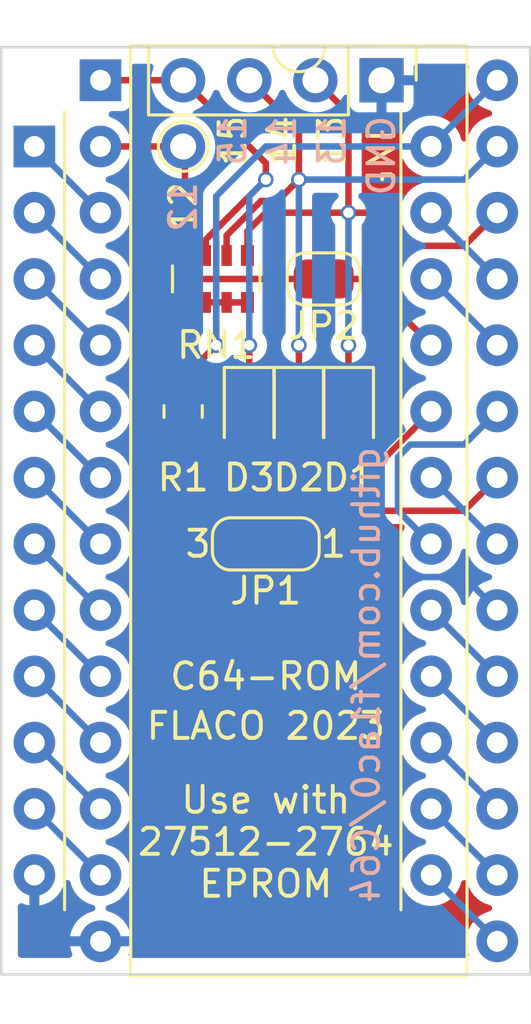
<source format=kicad_pcb>
(kicad_pcb (version 20221018) (generator pcbnew)
  (title_block (title "C64-ROM") (date "2023-02-19") (rev "v0.1") (company "FLACO 2023") (comment 1 "Adapted from https://github.com/SukkoPera/Open2327RomAdapter"))
  (layers (0 "F.Cu" signal) (31 "B.Cu" signal) (34 "B.Paste" user) (35 "F.Paste" user) (36 "B.SilkS" user "B.Silkscreen") (37 "F.SilkS" user "F.Silkscreen") (38 "B.Mask" user) (39 "F.Mask" user) (44 "Edge.Cuts" user))
  (net 0 "")
  (net 1 "/ROMA13")
  (net 2 "/{slash}ROMOE")
  (net 3 "/ROMA14")
  (net 4 "/ROMA15")
  (net 5 "/A7")
  (net 6 "/A6")
  (net 7 "/A5")
  (net 8 "/A4")
  (net 9 "/A3")
  (net 10 "/A2")
  (net 11 "/A1")
  (net 12 "/A0")
  (net 13 "/D0")
  (net 14 "/D1")
  (net 15 "/D2")
  (net 16 "GND")
  (net 17 "/D3")
  (net 18 "/D4")
  (net 19 "/D5")
  (net 20 "/D6")
  (net 21 "/D7")
  (net 22 "/A11")
  (net 23 "/A10")
  (net 24 "/{slash}CE")
  (net 25 "/A12")
  (net 26 "/A9")
  (net 27 "/A8")
  (net 28 "+5V")
  (net 29 "/ROMA12")
  (footprint "Diode_SMD:D_0805_2012Metric" (layer "F.Cu") (at 106.68 104.14 -90)
    (fp_text reference "D2" (at 2.54 0 unlocked) (layer "F.SilkS"))
    (fp_text value "D")
    (fp_line (start -1.685 -0.96) (end -1.685 0.96) (stroke (width 0.12)) (layer "F.SilkS"))
    (fp_line (start -1.685 0.96) (end 1 0.96) (stroke (width 0.12)) (layer "F.SilkS"))
    (fp_line (start 1 -0.96) (end -1.685 -0.96) (stroke (width 0.12)) (layer "F.SilkS"))
    (pad "1" smd roundrect (at -0.9375 0 270) (size 0.975 1.4) (layers "F.Cu" "F.Paste" "F.Mask") (net 3 "/ROMA14"))
    (pad "2" smd roundrect (at 0.9375 0 270) (size 0.975 1.4) (layers "F.Cu" "F.Paste" "F.Mask") (net 2 "/{slash}ROMOE"))
  )
  (footprint "Jumper:SolderJumper-2_P1.3mm_Bridged_RoundedPad1.0x1.5mm" (layer "F.Cu") (at 107.6325 99.06 180)
    (fp_text reference "JP2" (at 0 -1.8 unlocked) (layer "F.SilkS"))
    (fp_text value "Jumper_2_Bridged")
    (fp_poly (pts (xy 0.25 -0.3) (xy -0.25 -0.3) (xy -0.25 0.3) (xy 0.25 0.3)) (fill solid) (layer "F.Cu"))
    (fp_line (start -1.4 0.3) (end -1.4 -0.3) (stroke (width 0.12)) (layer "F.SilkS"))
    (fp_line (start -0.7 -1) (end 0.7 -1) (stroke (width 0.12)) (layer "F.SilkS"))
    (fp_line (start 0.7 1) (end -0.7 1) (stroke (width 0.12)) (layer "F.SilkS"))
    (fp_line (start 1.4 -0.3) (end 1.4 0.3) (stroke (width 0.12)) (layer "F.SilkS"))
    (fp_arc (start -1.4 -0.3) (mid -1.194975 -0.794975) (end -0.7 -1) (stroke (width 0.12)) (layer "F.SilkS"))
    (fp_arc (start -0.7 1) (mid -1.194975 0.794975) (end -1.4 0.3) (stroke (width 0.12)) (layer "F.SilkS"))
    (fp_arc (start 0.7 -1) (mid 1.194975 -0.794975) (end 1.4 -0.3) (stroke (width 0.12)) (layer "F.SilkS"))
    (fp_arc (start 1.4 0.3) (mid 1.194975 0.794975) (end 0.7 1) (stroke (width 0.12)) (layer "F.SilkS"))
    (pad "1" smd custom (at -0.65 0 180) (size 1 0.5) (layers "F.Cu" "F.Mask") (net 25 "/A12") (options (clearance outline) (anchor rect)) (primitives (gr_circle (center 0 0.25) (end 0.5 0.25) (width 0) (fill yes)) (gr_circle (center 0 -0.25) (end 0.5 -0.25) (width 0) (fill yes)) (gr_poly (pts (xy 0.5 0.75) (xy 0 0.75) (xy 0 -0.75) (xy 0.5 -0.75)) (width 0) (fill yes))))
    (pad "2" smd custom (at 0.65 0 180) (size 1 0.5) (layers "F.Cu" "F.Mask") (net 29 "/ROMA12") (options (clearance outline) (anchor rect)) (primitives (gr_circle (center 0 0.25) (end 0.5 0.25) (width 0) (fill yes)) (gr_circle (center 0 -0.25) (end 0.5 -0.25) (width 0) (fill yes)) (gr_poly (pts (xy 0 0.75) (xy -0.5 0.75) (xy -0.5 -0.75) (xy 0 -0.75)) (width 0) (fill yes))))
  )
  (footprint "Package_DIP:DIP-28_W15.24mm" (layer "F.Cu") (at 99.06 91.44)
    (fp_text reference "U1" hide)
    (fp_text value "27C512")
    (fp_line (start 1.16 -1.33) (end 1.16 34.35) (stroke (width 0.12)) (layer "F.SilkS"))
    (fp_line (start 1.16 34.35) (end 14.08 34.35) (stroke (width 0.12)) (layer "F.SilkS"))
    (fp_line (start 6.62 -1.33) (end 1.16 -1.33) (stroke (width 0.12)) (layer "F.SilkS"))
    (fp_line (start 14.08 -1.33) (end 8.62 -1.33) (stroke (width 0.12)) (layer "F.SilkS"))
    (fp_line (start 14.08 34.35) (end 14.08 -1.33) (stroke (width 0.12)) (layer "F.SilkS"))
    (fp_arc (start 8.62 -1.33) (mid 7.62 -0.33) (end 6.62 -1.33) (stroke (width 0.12)) (layer "F.SilkS"))
    (pad "1" thru_hole rect (at 0 0) (size 1.6 1.6) (drill 0.8) (layers "*.Cu" "*.Mask") (net 4 "/ROMA15"))
    (pad "2" thru_hole oval (at 0 2.54) (size 1.6 1.6) (drill 0.8) (layers "*.Cu" "*.Mask") (net 29 "/ROMA12"))
    (pad "3" thru_hole oval (at 0 5.08) (size 1.6 1.6) (drill 0.8) (layers "*.Cu" "*.Mask") (net 5 "/A7"))
    (pad "4" thru_hole oval (at 0 7.62) (size 1.6 1.6) (drill 0.8) (layers "*.Cu" "*.Mask") (net 6 "/A6"))
    (pad "5" thru_hole oval (at 0 10.16) (size 1.6 1.6) (drill 0.8) (layers "*.Cu" "*.Mask") (net 7 "/A5"))
    (pad "6" thru_hole oval (at 0 12.7) (size 1.6 1.6) (drill 0.8) (layers "*.Cu" "*.Mask") (net 8 "/A4"))
    (pad "7" thru_hole oval (at 0 15.24) (size 1.6 1.6) (drill 0.8) (layers "*.Cu" "*.Mask") (net 9 "/A3"))
    (pad "8" thru_hole oval (at 0 17.78) (size 1.6 1.6) (drill 0.8) (layers "*.Cu" "*.Mask") (net 10 "/A2"))
    (pad "9" thru_hole oval (at 0 20.32) (size 1.6 1.6) (drill 0.8) (layers "*.Cu" "*.Mask") (net 11 "/A1"))
    (pad "10" thru_hole oval (at 0 22.86) (size 1.6 1.6) (drill 0.8) (layers "*.Cu" "*.Mask") (net 12 "/A0"))
    (pad "11" thru_hole oval (at 0 25.4) (size 1.6 1.6) (drill 0.8) (layers "*.Cu" "*.Mask") (net 13 "/D0"))
    (pad "12" thru_hole oval (at 0 27.94) (size 1.6 1.6) (drill 0.8) (layers "*.Cu" "*.Mask") (net 14 "/D1"))
    (pad "13" thru_hole oval (at 0 30.48) (size 1.6 1.6) (drill 0.8) (layers "*.Cu" "*.Mask") (net 15 "/D2"))
    (pad "14" thru_hole oval (at 0 33.02) (size 1.6 1.6) (drill 0.8) (layers "*.Cu" "*.Mask") (net 16 "GND"))
    (pad "15" thru_hole oval (at 15.24 33.02) (size 1.6 1.6) (drill 0.8) (layers "*.Cu" "*.Mask") (net 17 "/D3"))
    (pad "16" thru_hole oval (at 15.24 30.48) (size 1.6 1.6) (drill 0.8) (layers "*.Cu" "*.Mask") (net 18 "/D4"))
    (pad "17" thru_hole oval (at 15.24 27.94) (size 1.6 1.6) (drill 0.8) (layers "*.Cu" "*.Mask") (net 19 "/D5"))
    (pad "18" thru_hole oval (at 15.24 25.4) (size 1.6 1.6) (drill 0.8) (layers "*.Cu" "*.Mask") (net 20 "/D6"))
    (pad "19" thru_hole oval (at 15.24 22.86) (size 1.6 1.6) (drill 0.8) (layers "*.Cu" "*.Mask") (net 21 "/D7"))
    (pad "20" thru_hole oval (at 15.24 20.32) (size 1.6 1.6) (drill 0.8) (layers "*.Cu" "*.Mask") (net 16 "GND"))
    (pad "21" thru_hole oval (at 15.24 17.78) (size 1.6 1.6) (drill 0.8) (layers "*.Cu" "*.Mask") (net 23 "/A10"))
    (pad "22" thru_hole oval (at 15.24 15.24) (size 1.6 1.6) (drill 0.8) (layers "*.Cu" "*.Mask") (net 2 "/{slash}ROMOE"))
    (pad "23" thru_hole oval (at 15.24 12.7) (size 1.6 1.6) (drill 0.8) (layers "*.Cu" "*.Mask") (net 22 "/A11"))
    (pad "24" thru_hole oval (at 15.24 10.16) (size 1.6 1.6) (drill 0.8) (layers "*.Cu" "*.Mask") (net 26 "/A9"))
    (pad "25" thru_hole oval (at 15.24 7.62) (size 1.6 1.6) (drill 0.8) (layers "*.Cu" "*.Mask") (net 27 "/A8"))
    (pad "26" thru_hole oval (at 15.24 5.08) (size 1.6 1.6) (drill 0.8) (layers "*.Cu" "*.Mask") (net 1 "/ROMA13"))
    (pad "27" thru_hole oval (at 15.24 2.54) (size 1.6 1.6) (drill 0.8) (layers "*.Cu" "*.Mask") (net 3 "/ROMA14"))
    (pad "28" thru_hole oval (at 15.24 0) (size 1.6 1.6) (drill 0.8) (layers "*.Cu" "*.Mask") (net 28 "+5V"))
  )
  (footprint "Sassa:TestPoint_THTPad_D1.7mm_Drill1.0mm" (layer "F.Cu") (at 102.235 93.98)
    (fp_text reference "J3" hide)
    (fp_text value "A12")
    (fp_circle (center 0 0) (end 0 0.95) (stroke (width 0.12)) (fill none) (layer "F.SilkS"))
    (pad "1" thru_hole circle (at 0 0) (size 1.7 1.7) (drill 1) (layers "*.Cu" "*.Mask") (net 29 "/ROMA12"))
  )
  (footprint "Jumper:SolderJumper-3_P1.3mm_Bridged12_RoundedPad1.0x1.5mm_NumberLabels" (layer "F.Cu") (at 105.41 109.22 180)
    (fp_text reference "JP1" (at 0 -1.8 unlocked) (layer "F.SilkS"))
    (fp_text value "/CE")
    (fp_text user "3" (at 2.6 0) (layer "F.SilkS"))
    (fp_text user "1" (at -2.6 0) (layer "F.SilkS"))
    (fp_poly (pts (xy -0.9 -0.3) (xy -0.4 -0.3) (xy -0.4 0.3) (xy -0.9 0.3)) (fill solid) (layer "F.Cu"))
    (fp_line (start -2.05 0.3) (end -2.05 -0.3) (stroke (width 0.12)) (layer "F.SilkS"))
    (fp_line (start -1.4 -1) (end 1.4 -1) (stroke (width 0.12)) (layer "F.SilkS"))
    (fp_line (start 1.4 1) (end -1.4 1) (stroke (width 0.12)) (layer "F.SilkS"))
    (fp_line (start 2.05 -0.3) (end 2.05 0.3) (stroke (width 0.12)) (layer "F.SilkS"))
    (fp_arc (start -2.05 -0.3) (mid -1.844975 -0.794975) (end -1.35 -1) (stroke (width 0.12)) (layer "F.SilkS"))
    (fp_arc (start -1.35 1) (mid -1.844975 0.794975) (end -2.05 0.3) (stroke (width 0.12)) (layer "F.SilkS"))
    (fp_arc (start 1.35 -1) (mid 1.844975 -0.794975) (end 2.05 -0.3) (stroke (width 0.12)) (layer "F.SilkS"))
    (fp_arc (start 2.05 0.3) (mid 1.844975 0.794975) (end 1.35 1) (stroke (width 0.12)) (layer "F.SilkS"))
    (pad "1" smd custom (at -1.3 0 180) (size 1 0.5) (layers "F.Cu" "F.Mask") (net 2 "/{slash}ROMOE") (options (clearance outline) (anchor rect)) (primitives (gr_poly (pts (xy 0.55 0.75) (xy 0 0.75) (xy 0 -0.75) (xy 0.55 -0.75)) (width 0) (fill yes)) (gr_circle (center 0 0.25) (end 0.5 0.25) (width 0) (fill yes)) (gr_circle (center 0 -0.25) (end 0.5 -0.25) (width 0) (fill yes))))
    (pad "2" smd rect (at 0 0 180) (size 1 1.5) (layers "F.Cu" "F.Mask") (net 24 "/{slash}CE"))
    (pad "3" smd custom (at 1.3 0 180) (size 1 0.5) (layers "F.Cu" "F.Mask") (net 1 "/ROMA13") (options (clearance outline) (anchor rect)) (primitives (gr_circle (center 0 0.25) (end 0.5 0.25) (width 0) (fill yes)) (gr_circle (center 0 -0.25) (end 0.5 -0.25) (width 0) (fill yes)) (gr_poly (pts (xy 0 0.75) (xy -0.55 0.75) (xy -0.55 -0.75) (xy 0 -0.75)) (width 0) (fill yes))))
  )
  (footprint "Package_DIP:DIP-24_W15.24mm" (layer "F.Cu") (at 96.52 93.98)
    (fp_text reference "J1" hide)
    (fp_text value "C64_ROM_socket")
    (fp_line (start 1.16 -1.33) (end 1.16 29.27) (stroke (width 0.12)) (layer "F.SilkS"))
    (fp_line (start 14.08 29.27) (end 14.08 -1.33) (stroke (width 0.12)) (layer "F.SilkS"))
    (pad "1" thru_hole rect (at 0 0) (size 1.6 1.6) (drill 0.8) (layers "*.Cu" "*.Mask") (net 5 "/A7"))
    (pad "2" thru_hole oval (at 0 2.54) (size 1.6 1.6) (drill 0.8) (layers "*.Cu" "*.Mask") (net 6 "/A6"))
    (pad "3" thru_hole oval (at 0 5.08) (size 1.6 1.6) (drill 0.8) (layers "*.Cu" "*.Mask") (net 7 "/A5"))
    (pad "4" thru_hole oval (at 0 7.62) (size 1.6 1.6) (drill 0.8) (layers "*.Cu" "*.Mask") (net 8 "/A4"))
    (pad "5" thru_hole oval (at 0 10.16) (size 1.6 1.6) (drill 0.8) (layers "*.Cu" "*.Mask") (net 9 "/A3"))
    (pad "6" thru_hole oval (at 0 12.7) (size 1.6 1.6) (drill 0.8) (layers "*.Cu" "*.Mask") (net 10 "/A2"))
    (pad "7" thru_hole oval (at 0 15.24) (size 1.6 1.6) (drill 0.8) (layers "*.Cu" "*.Mask") (net 11 "/A1"))
    (pad "8" thru_hole oval (at 0 17.78) (size 1.6 1.6) (drill 0.8) (layers "*.Cu" "*.Mask") (net 12 "/A0"))
    (pad "9" thru_hole oval (at 0 20.32) (size 1.6 1.6) (drill 0.8) (layers "*.Cu" "*.Mask") (net 13 "/D0"))
    (pad "10" thru_hole oval (at 0 22.86) (size 1.6 1.6) (drill 0.8) (layers "*.Cu" "*.Mask") (net 14 "/D1"))
    (pad "11" thru_hole oval (at 0 25.4) (size 1.6 1.6) (drill 0.8) (layers "*.Cu" "*.Mask") (net 15 "/D2"))
    (pad "12" thru_hole oval (at 0 27.94) (size 1.6 1.6) (drill 0.8) (layers "*.Cu" "*.Mask") (net 16 "GND"))
    (pad "13" thru_hole oval (at 15.24 27.94) (size 1.6 1.6) (drill 0.8) (layers "*.Cu" "*.Mask") (net 17 "/D3"))
    (pad "14" thru_hole oval (at 15.24 25.4) (size 1.6 1.6) (drill 0.8) (layers "*.Cu" "*.Mask") (net 18 "/D4"))
    (pad "15" thru_hole oval (at 15.24 22.86) (size 1.6 1.6) (drill 0.8) (layers "*.Cu" "*.Mask") (net 19 "/D5"))
    (pad "16" thru_hole oval (at 15.24 20.32) (size 1.6 1.6) (drill 0.8) (layers "*.Cu" "*.Mask") (net 20 "/D6"))
    (pad "17" thru_hole oval (at 15.24 17.78) (size 1.6 1.6) (drill 0.8) (layers "*.Cu" "*.Mask") (net 21 "/D7"))
    (pad "18" thru_hole oval (at 15.24 15.24) (size 1.6 1.6) (drill 0.8) (layers "*.Cu" "*.Mask") (net 22 "/A11"))
    (pad "19" thru_hole oval (at 15.24 12.7) (size 1.6 1.6) (drill 0.8) (layers "*.Cu" "*.Mask") (net 23 "/A10"))
    (pad "20" thru_hole oval (at 15.24 10.16) (size 1.6 1.6) (drill 0.8) (layers "*.Cu" "*.Mask") (net 24 "/{slash}CE"))
    (pad "21" thru_hole oval (at 15.24 7.62) (size 1.6 1.6) (drill 0.8) (layers "*.Cu" "*.Mask") (net 25 "/A12"))
    (pad "22" thru_hole oval (at 15.24 5.08) (size 1.6 1.6) (drill 0.8) (layers "*.Cu" "*.Mask") (net 26 "/A9"))
    (pad "23" thru_hole oval (at 15.24 2.54) (size 1.6 1.6) (drill 0.8) (layers "*.Cu" "*.Mask") (net 27 "/A8"))
    (pad "24" thru_hole oval (at 15.24 0) (size 1.6 1.6) (drill 0.8) (layers "*.Cu" "*.Mask") (net 28 "+5V"))
  )
  (footprint "Diode_SMD:D_0805_2012Metric" (layer "F.Cu") (at 108.585 104.14 -90)
    (fp_text reference "D1" (at 2.54 0 unlocked) (layer "F.SilkS"))
    (fp_text value "D")
    (fp_line (start -1.685 -0.96) (end -1.685 0.96) (stroke (width 0.12)) (layer "F.SilkS"))
    (fp_line (start -1.685 0.96) (end 1 0.96) (stroke (width 0.12)) (layer "F.SilkS"))
    (fp_line (start 1 -0.96) (end -1.685 -0.96) (stroke (width 0.12)) (layer "F.SilkS"))
    (pad "1" smd roundrect (at -0.9375 0 270) (size 0.975 1.4) (layers "F.Cu" "F.Paste" "F.Mask") (net 1 "/ROMA13"))
    (pad "2" smd roundrect (at 0.9375 0 270) (size 0.975 1.4) (layers "F.Cu" "F.Paste" "F.Mask") (net 2 "/{slash}ROMOE"))
  )
  (footprint "Connector_PinHeader_2.54mm:PinHeader_1x04_P2.54mm_Vertical" (layer "F.Cu") (at 109.855 91.44 -90)
    (fp_text reference "J2" hide)
    (fp_text value "A13-15")
    (fp_line (start -1.33 -1.33) (end 0 -1.33) (stroke (width 0.12)) (layer "F.SilkS"))
    (fp_line (start -1.33 0) (end -1.33 -1.33) (stroke (width 0.12)) (layer "F.SilkS"))
    (fp_line (start -1.33 1.27) (end -1.33 8.95) (stroke (width 0.12)) (layer "F.SilkS"))
    (fp_line (start -1.33 1.27) (end 1.33 1.27) (stroke (width 0.12)) (layer "F.SilkS"))
    (fp_line (start -1.33 8.95) (end 1.33 8.95) (stroke (width 0.12)) (layer "F.SilkS"))
    (fp_line (start 1.33 1.27) (end 1.33 8.95) (stroke (width 0.12)) (layer "F.SilkS"))
    (pad "1" thru_hole rect (at 0 0 270) (size 1.7 1.7) (drill 1) (layers "*.Cu" "*.Mask") (net 16 "GND"))
    (pad "2" thru_hole oval (at 0 2.54 270) (size 1.7 1.7) (drill 1) (layers "*.Cu" "*.Mask") (net 1 "/ROMA13"))
    (pad "3" thru_hole oval (at 0 5.08 270) (size 1.7 1.7) (drill 1) (layers "*.Cu" "*.Mask") (net 3 "/ROMA14"))
    (pad "4" thru_hole oval (at 0 7.62 270) (size 1.7 1.7) (drill 1) (layers "*.Cu" "*.Mask") (net 4 "/ROMA15"))
  )
  (footprint "Resistor_SMD:R_Array_Convex_4x0603" (layer "F.Cu") (at 103.505 99.06 -90)
    (fp_text reference "RN1" (at 2.54 0 unlocked) (layer "F.SilkS"))
    (fp_text value "10k")
    (fp_line (start 0.5 -1.68) (end -0.5 -1.68) (stroke (width 0.12)) (layer "F.SilkS"))
    (fp_line (start 0.5 1.68) (end -0.5 1.68) (stroke (width 0.12)) (layer "F.SilkS"))
    (pad "1" smd rect (at -0.9 -1.2 270) (size 0.8 0.5) (layers "F.Cu" "F.Paste" "F.Mask") (net 1 "/ROMA13"))
    (pad "2" smd rect (at -0.9 -0.4 270) (size 0.8 0.4) (layers "F.Cu" "F.Paste" "F.Mask") (net 3 "/ROMA14"))
    (pad "3" smd rect (at -0.9 0.4 270) (size 0.8 0.4) (layers "F.Cu" "F.Paste" "F.Mask") (net 4 "/ROMA15"))
    (pad "4" smd rect (at -0.9 1.2 270) (size 0.8 0.5) (layers "F.Cu" "F.Paste" "F.Mask") (net 29 "/ROMA12"))
    (pad "5" smd rect (at 0.9 1.2 270) (size 0.8 0.5) (layers "F.Cu" "F.Paste" "F.Mask") (net 28 "+5V"))
    (pad "6" smd rect (at 0.9 0.4 270) (size 0.8 0.4) (layers "F.Cu" "F.Paste" "F.Mask") (net 28 "+5V"))
    (pad "7" smd rect (at 0.9 -0.4 270) (size 0.8 0.4) (layers "F.Cu" "F.Paste" "F.Mask") (net 28 "+5V"))
    (pad "8" smd rect (at 0.9 -1.2 270) (size 0.8 0.5) (layers "F.Cu" "F.Paste" "F.Mask") (net 28 "+5V"))
  )
  (footprint "Diode_SMD:D_0805_2012Metric" (layer "F.Cu") (at 104.775 104.14 -90)
    (fp_text reference "D3" (at 2.54 0 unlocked) (layer "F.SilkS"))
    (fp_text value "D")
    (fp_line (start -1.685 -0.96) (end -1.685 0.96) (stroke (width 0.12)) (layer "F.SilkS"))
    (fp_line (start -1.685 0.96) (end 1 0.96) (stroke (width 0.12)) (layer "F.SilkS"))
    (fp_line (start 1 -0.96) (end -1.685 -0.96) (stroke (width 0.12)) (layer "F.SilkS"))
    (pad "1" smd roundrect (at -0.9375 0 270) (size 0.975 1.4) (layers "F.Cu" "F.Paste" "F.Mask") (net 4 "/ROMA15"))
    (pad "2" smd roundrect (at 0.9375 0 270) (size 0.975 1.4) (layers "F.Cu" "F.Paste" "F.Mask") (net 2 "/{slash}ROMOE"))
  )
  (footprint "Resistor_SMD:R_0805_2012Metric" (layer "F.Cu") (at 102.235 104.14 -90)
    (fp_text reference "R1" (at 2.54 0 unlocked) (layer "F.SilkS"))
    (fp_text value "10k")
    (fp_line (start -0.227064 -0.735) (end 0.227064 -0.735) (stroke (width 0.12)) (layer "F.SilkS"))
    (fp_line (start -0.227064 0.735) (end 0.227064 0.735) (stroke (width 0.12)) (layer "F.SilkS"))
    (pad "1" smd roundrect (at -0.9125 0 270) (size 1.025 1.4) (layers "F.Cu" "F.Paste" "F.Mask") (roundrect_rratio 0.243902) (net 28 "+5V"))
    (pad "2" smd roundrect (at 0.9125 0 270) (size 1.025 1.4) (layers "F.Cu" "F.Paste" "F.Mask") (roundrect_rratio 0.243902) (net 2 "/{slash}ROMOE"))
  )
  (gr_line (start 95.25 125.73) (end 115.57 125.73) (stroke (width 0.1)) (layer "Edge.Cuts"))
  (gr_line (start 115.57 90.17) (end 95.25 90.17) (stroke (width 0.1)) (layer "Edge.Cuts"))
  (gr_line (start 95.25 90.17) (end 95.25 125.73) (stroke (width 0.1)) (layer "Edge.Cuts"))
  (gr_line (start 115.57 125.73) (end 115.57 90.17) (stroke (width 0.1)) (layer "Edge.Cuts"))
  (gr_text "14" (at 106.045 92.71 90) (layer "B.SilkS") (effects (font (size 1 1)) (justify left mirror)))
  (gr_text "13" (at 107.95 92.71 90) (layer "B.SilkS") (effects (font (size 1 1)) (justify left mirror)))
  (gr_text "github.com/f1ac0/C64" (at 109.855 105.41 90) (layer "B.SilkS") (effects (font (size 1 1)) (justify left bottom mirror)))
  (gr_text "15" (at 104.14 92.71 90) (layer "B.SilkS") (effects (font (size 1 1)) (justify left mirror)))
  (gr_text "GND" (at 109.855 92.71 90) (layer "B.SilkS") (effects (font (size 1 1)) (justify left mirror)))
  (gr_text "12" (at 102.235 95.25 90) (layer "B.SilkS") (effects (font (size 1 1)) (justify left mirror)))
  (gr_text "13" (at 107.95 92.71 90) (layer "F.SilkS") (effects (font (size 1 1)) (justify right)))
  (gr_text "12" (at 102.235 95.25 90) (layer "F.SilkS") (effects (font (size 1 1)) (justify right)))
  (gr_text "GND" (at 109.855 92.71 90) (layer "F.SilkS") (effects (font (size 1 1)) (justify right)))
  (gr_text "14" (at 106.045 92.71 90) (layer "F.SilkS") (effects (font (size 1 1)) (justify right)))
  (gr_text "15" (at 104.14 92.71 90) (layer "F.SilkS") (effects (font (size 1 1)) (justify right)))
  (gr_text "FLACO 2023" (at 105.41 116.205) (layer "F.SilkS") (effects (font (size 1 1))))
  (gr_text "Use with\n27512-2764\nEPROM" (at 105.41 120.65) (layer "F.SilkS") (effects (font (size 1 1))))
  (gr_text "C64-ROM" (at 105.41 114.3) (layer "F.SilkS") (effects (font (size 1 1))))
  (segment (start 111.125 97.79) (end 113.03 97.79) (width 0.25) (layer "F.Cu") (net 1))
  (segment (start 108.585 101.6) (end 108.585 103.2025) (width 0.25) (layer "F.Cu") (net 1))
  (segment (start 109.855 96.52) (end 111.125 97.79) (width 0.25) (layer "F.Cu") (net 1))
  (segment (start 108.585 103.2025) (end 109.855 104.4725) (width 0.25) (layer "F.Cu") (net 1))
  (segment (start 105.41 106.68) (end 104.11 107.98) (width 0.25) (layer "F.Cu") (net 1))
  (segment (start 109.855 105.408604) (end 108.583604 106.68) (width 0.25) (layer "F.Cu") (net 1))
  (segment (start 108.585 96.52) (end 108.585 92.71) (width 0.25) (layer "F.Cu") (net 1))
  (segment (start 108.583604 106.68) (end 105.41 106.68) (width 0.25) (layer "F.Cu") (net 1))
  (segment (start 105.411396 96.52) (end 104.705 97.226396) (width 0.25) (layer "F.Cu") (net 1))
  (segment (start 108.585 96.52) (end 105.411396 96.52) (width 0.25) (layer "F.Cu") (net 1))
  (segment (start 109.855 104.4725) (end 109.855 105.408604) (width 0.25) (layer "F.Cu") (net 1))
  (segment (start 113.03 97.79) (end 114.3 96.52) (width 0.25) (layer "F.Cu") (net 1))
  (segment (start 104.705 97.226396) (end 104.705 98.16) (width 0.25) (layer "F.Cu") (net 1))
  (segment (start 108.585 96.52) (end 109.855 96.52) (width 0.25) (layer "F.Cu") (net 1))
  (segment (start 104.11 107.98) (end 104.11 109.22) (width 0.25) (layer "F.Cu") (net 1))
  (segment (start 108.585 92.71) (end 107.315 91.44) (width 0.25) (layer "F.Cu") (net 1))
  (via (at 108.585 96.52) (size 0.6) (drill 0.4) (layers "F.Cu" "B.Cu") (net 1))
  (via (at 108.585 101.6) (size 0.6) (drill 0.4) (layers "F.Cu" "B.Cu") (net 1))
  (segment (start 108.585 96.52) (end 108.585 101.6) (width 0.25) (layer "B.Cu") (net 1))
  (segment (start 102.235 109.308364) (end 102.235 105.0525) (width 0.25) (layer "F.Cu") (net 2))
  (segment (start 114.3 106.68) (end 113.03 107.95) (width 0.25) (layer "F.Cu") (net 2))
  (segment (start 106.71 110.46) (end 106.045 111.125) (width 0.25) (layer "F.Cu") (net 2))
  (segment (start 106.045 111.125) (end 104.051636 111.125) (width 0.25) (layer "F.Cu") (net 2))
  (segment (start 104.051636 111.125) (end 102.235 109.308364) (width 0.25) (layer "F.Cu") (net 2))
  (segment (start 107.315 107.95) (end 106.71 108.555) (width 0.25) (layer "F.Cu") (net 2))
  (segment (start 106.71 109.22) (end 106.71 110.46) (width 0.25) (layer "F.Cu") (net 2))
  (segment (start 108.56 105.0525) (end 102.235 105.0525) (width 0.25) (layer "F.Cu") (net 2))
  (segment (start 108.585 105.0775) (end 108.56 105.0525) (width 0.25) (layer "F.Cu") (net 2))
  (segment (start 113.03 107.95) (end 107.315 107.95) (width 0.25) (layer "F.Cu") (net 2))
  (segment (start 106.71 108.555) (end 106.71 109.22) (width 0.25) (layer "F.Cu") (net 2))
  (segment (start 106.68 95.25) (end 106.68 93.345) (width 0.25) (layer "F.Cu") (net 3))
  (segment (start 103.905 97.39) (end 103.905 98.16) (width 0.25) (layer "F.Cu") (net 3))
  (segment (start 105.86 96.07) (end 105.225 96.07) (width 0.25) (layer "F.Cu") (net 3))
  (segment (start 106.68 93.345) (end 104.775 91.44) (width 0.25) (layer "F.Cu") (net 3))
  (segment (start 106.68 95.25) (end 105.86 96.07) (width 0.25) (layer "F.Cu") (net 3))
  (segment (start 105.225 96.07) (end 103.905 97.39) (width 0.25) (layer "F.Cu") (net 3))
  (segment (start 106.68 101.6) (end 106.68 103.2025) (width 0.25) (layer "F.Cu") (net 3))
  (via (at 106.68 101.6) (size 0.6) (drill 0.4) (layers "F.Cu" "B.Cu") (net 3))
  (via (at 106.68 95.25) (size 0.6) (drill 0.4) (layers "F.Cu" "B.Cu") (net 3))
  (segment (start 113.03 95.25) (end 114.3 93.98) (width 0.25) (layer "B.Cu") (net 3))
  (segment (start 106.68 95.25) (end 113.03 95.25) (width 0.25) (layer "B.Cu") (net 3))
  (segment (start 106.68 95.25) (end 106.68 101.6) (width 0.25) (layer "B.Cu") (net 3))
  (segment (start 105.41 94.615) (end 102.235 91.44) (width 0.25) (layer "F.Cu") (net 4))
  (segment (start 105.408604 95.25) (end 103.105 97.553604) (width 0.25) (layer "F.Cu") (net 4))
  (segment (start 104.775 101.6) (end 104.775 103.2025) (width 0.25) (layer "F.Cu") (net 4))
  (segment (start 99.06 91.44) (end 102.235 91.44) (width 0.25) (layer "F.Cu") (net 4))
  (segment (start 103.105 97.553604) (end 103.105 98.16) (width 0.25) (layer "F.Cu") (net 4))
  (segment (start 105.41 95.25) (end 105.408604 95.25) (width 0.25) (layer "F.Cu") (net 4))
  (segment (start 105.41 95.25) (end 105.41 94.615) (width 0.25) (layer "F.Cu") (net 4))
  (via (at 104.775 101.6) (size 0.6) (drill 0.4) (layers "F.Cu" "B.Cu") (net 4))
  (via (at 105.41 95.25) (size 0.6) (drill 0.4) (layers "F.Cu" "B.Cu") (net 4))
  (segment (start 104.775 95.885) (end 104.775 101.6) (width 0.25) (layer "B.Cu") (net 4))
  (segment (start 105.41 95.25) (end 104.775 95.885) (width 0.25) (layer "B.Cu") (net 4))
  (segment (start 99.06 96.52) (end 96.52 93.98) (width 0.25) (layer "B.Cu") (net 5))
  (segment (start 99.06 99.06) (end 96.52 96.52) (width 0.25) (layer "B.Cu") (net 6))
  (segment (start 99.06 101.6) (end 96.52 99.06) (width 0.25) (layer "B.Cu") (net 7))
  (segment (start 99.06 104.14) (end 96.52 101.6) (width 0.25) (layer "B.Cu") (net 8))
  (segment (start 99.06 106.68) (end 96.52 104.14) (width 0.25) (layer "B.Cu") (net 9))
  (segment (start 99.06 109.22) (end 96.52 106.68) (width 0.25) (layer "B.Cu") (net 10))
  (segment (start 99.06 111.76) (end 96.52 109.22) (width 0.25) (layer "B.Cu") (net 11))
  (segment (start 99.06 114.3) (end 96.52 111.76) (width 0.25) (layer "B.Cu") (net 12))
  (segment (start 99.06 116.84) (end 96.52 114.3) (width 0.25) (layer "B.Cu") (net 13))
  (segment (start 99.06 119.38) (end 96.52 116.84) (width 0.25) (layer "B.Cu") (net 14))
  (segment (start 96.52 119.38) (end 99.06 121.92) (width 0.25) (layer "B.Cu") (net 15))
  (segment (start 113.03 110.49) (end 110.49 110.49) (width 0.25) (layer "B.Cu") (net 16))
  (segment (start 114.3 111.76) (end 113.03 110.49) (width 0.25) (layer "B.Cu") (net 16))
  (segment (start 114.3 124.46) (end 111.76 121.92) (width 0.25) (layer "B.Cu") (net 17))
  (segment (start 114.3 121.92) (end 111.76 119.38) (width 0.25) (layer "B.Cu") (net 18))
  (segment (start 114.3 119.38) (end 111.76 116.84) (width 0.25) (layer "B.Cu") (net 19))
  (segment (start 114.3 116.84) (end 111.76 114.3) (width 0.25) (layer "B.Cu") (net 20))
  (segment (start 114.3 114.3) (end 111.76 111.76) (width 0.25) (layer "B.Cu") (net 21))
  (segment (start 110.964504 105.41) (end 113.03 105.41) (width 0.25) (layer "B.Cu") (net 22))
  (segment (start 110.49 105.884504) (end 110.964504 105.41) (width 0.25) (layer "B.Cu") (net 22))
  (segment (start 111.76 109.22) (end 110.49 107.95) (width 0.25) (layer "B.Cu") (net 22))
  (segment (start 110.49 107.95) (end 110.49 105.884504) (width 0.25) (layer "B.Cu") (net 22))
  (segment (start 113.03 105.41) (end 114.3 104.14) (width 0.25) (layer "B.Cu") (net 22))
  (segment (start 114.3 109.22) (end 111.76 106.68) (width 0.25) (layer "B.Cu") (net 23))
  (segment (start 108.585 107.315) (end 111.76 104.14) (width 0.25) (layer "F.Cu") (net 24))
  (segment (start 105.41 109.22) (end 105.41 107.95) (width 0.25) (layer "F.Cu") (net 24))
  (segment (start 106.045 107.315) (end 108.585 107.315) (width 0.25) (layer "F.Cu") (net 24))
  (segment (start 105.41 107.95) (end 106.045 107.315) (width 0.25) (layer "F.Cu") (net 24))
  (segment (start 111.76 101.585) (end 111.76 101.6) (width 0.25) (layer "F.Cu") (net 25))
  (segment (start 109.235 99.06) (end 111.76 101.585) (width 0.25) (layer "F.Cu") (net 25))
  (segment (start 108.2825 99.06) (end 109.235 99.06) (width 0.25) (layer "F.Cu") (net 25))
  (segment (start 114.3 101.6) (end 111.76 99.06) (width 0.25) (layer "B.Cu") (net 26))
  (segment (start 114.3 99.06) (end 111.76 96.52) (width 0.25) (layer "B.Cu") (net 27))
  (segment (start 102.235 102.87) (end 102.235 103.2275) (width 0.25) (layer "F.Cu") (net 28))
  (segment (start 103.505 101.6) (end 103.505 99.96) (width 0.25) (layer "F.Cu") (net 28))
  (segment (start 104.705 99.96) (end 102.305 99.96) (width 0.25) (layer "F.Cu") (net 28))
  (segment (start 103.505 101.6) (end 102.235 102.87) (width 0.25) (layer "F.Cu") (net 28))
  (via (at 103.505 101.6) (size 0.6) (drill 0.4) (layers "F.Cu" "B.Cu") (net 28))
  (segment (start 103.505 95.886396) (end 105.411396 93.98) (width 0.25) (layer "B.Cu") (net 28))
  (segment (start 103.505 101.6) (end 103.505 95.886396) (width 0.25) (layer "B.Cu") (net 28))
  (segment (start 111.76 93.98) (end 114.3 91.44) (width 0.25) (layer "B.Cu") (net 28))
  (segment (start 105.411396 93.98) (end 111.76 93.98) (width 0.25) (layer "B.Cu") (net 28))
  (segment (start 102.305 94.05) (end 102.235 93.98) (width 0.25) (layer "F.Cu") (net 29))
  (segment (start 102.555 99.06) (end 106.9825 99.06) (width 0.25) (layer "F.Cu") (net 29))
  (segment (start 102.305 98.16) (end 102.305 98.81) (width 0.25) (layer "F.Cu") (net 29))
  (segment (start 102.305 98.81) (end 102.555 99.06) (width 0.25) (layer "F.Cu") (net 29))
  (segment (start 102.305 98.16) (end 102.305 94.05) (width 0.25) (layer "F.Cu") (net 29))
  (segment (start 99.06 93.98) (end 102.235 93.98) (width 0.25) (layer "F.Cu") (net 29))
  (zone (net 16) (net_name "GND") (layers "F&B.Cu") (connect_pads (clearance 0.381)) (min_thickness 0.254) (fill yes (thermal_gap 0.381) (thermal_bridge_width 0.381))
    (polygon (pts (xy 114.935 125.095) (xy 95.885 125.095) (xy 95.885 90.805) (xy 114.935 90.805)))
  )
)
</source>
